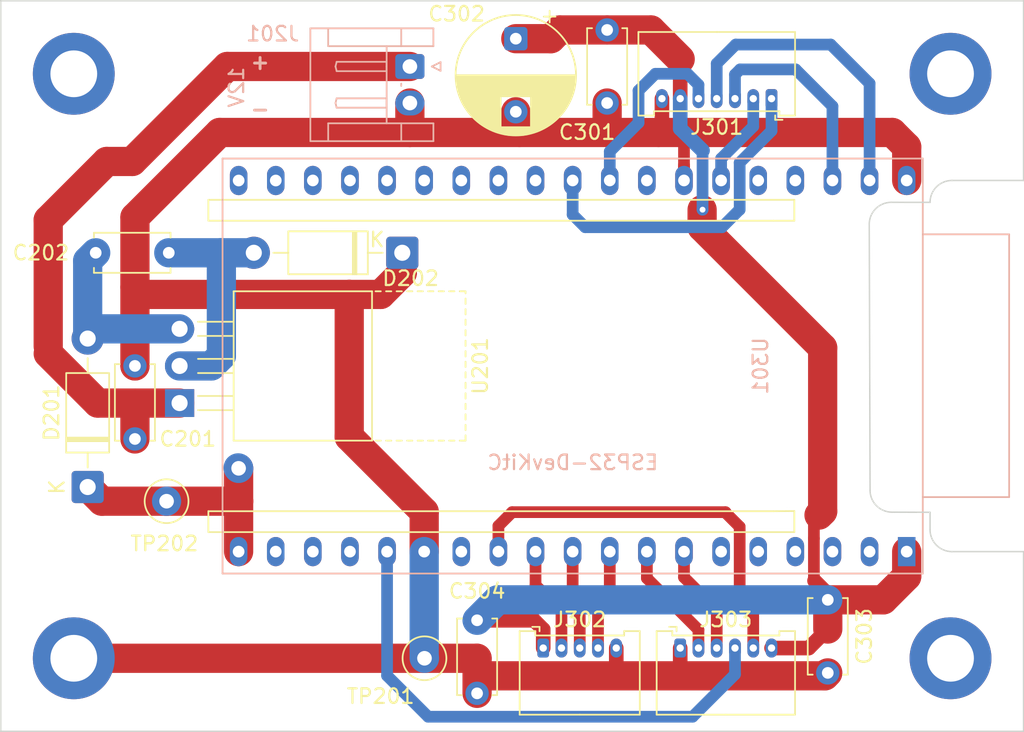
<source format=kicad_pcb>
(kicad_pcb (version 20241229) (generator "pcbnew") (generator_version "9.0")
  (layers (0 "F.Cu" signal) (2 "B.Cu" signal) (13 "F.Paste" user) (15 "B.Paste" user) (5 "F.SilkS" user "F.Silkscreen") (7 "B.SilkS" user "B.Silkscreen") (1 "F.Mask" user) (3 "B.Mask" user) (25 "Edge.Cuts" user))
  (net 0 "")
  (net 1 "GND")
  (net 2 "Net-(J201-Pin_1)")
  (net 3 "Net-(J301-Pin_6)")
  (net 5 "/MPU/MCU5V")
  (net 9 "Net-(J301-Pin_3)")
  (net 10 "Net-(J301-Pin_2)")
  (net 11 "Net-(J301-Pin_4)")
  (net 13 "Net-(J301-Pin_1)")
  (net 14 "Net-(J301-Pin_5)")
  (net 17 "Net-(J302-Pin_2)")
  (net 20 "Net-(J302-Pin_3)")
  (net 24 "Net-(J303-Pin_2)")
  (net 27 "Net-(J303-Pin_4)")
  (net 30 "Net-(J303-Pin_3)")
  (net 39 "Net-(J302-Pin_4)")
  (net 40 "Net-(J303-Pin_5)")
  (net 41 "Net-(D201-A)")
  (net 42 "Net-(D202-A)")
  (footprint "Capacitor_THT:C_Disc_D5.0mm_W2.5mm_P5.00mm" (layer "F.Cu") (at 136.5 92.25)
    (property "Reference" "C202" (at -3.75 0 0) (layer "F.SilkS"))
    (property "Value" "100n" (hide yes))
    (pad "1" thru_hole circle (at 0 0) (size 1.6 1.6) (drill 0.8) (layers "*.Cu" "*.Mask") (net 41 "Net-(D201-A)"))
    (pad "2" thru_hole circle (at 5 0) (size 1.6 1.6) (drill 0.8) (layers "*.Cu" "*.Mask") (net 42 "Net-(D202-A)"))
  )
  (footprint "Diode_THT:D_DO-41_SOD81_P10.16mm_Horizontal" (layer "F.Cu") (at 157.48 92.25 180)
    (property "Reference" "D202" (at -0.57 -1.75 0) (layer "F.SilkS"))
    (property "Value" "!N5819")
    (fp_text user "K" (at 1.73 0.9 0) (layer "F.SilkS"))
    (pad "1" thru_hole roundrect (at 0 0 180) (size 2.2 2.2) (drill 1.1) (layers "*.Cu" "*.Mask") (roundrect_rratio 0.113636) (net 1 "GND"))
    (pad "2" thru_hole circle (at 10.16 0 180) (size 2.2 2.2) (drill 1.1) (layers "*.Cu" "*.Mask") (net 42 "Net-(D202-A)"))
  )
  (footprint "MountingHole:MountingHole_3.2mm_M3_DIN965_Pad" (layer "F.Cu") (at 135 80)
    (property "Reference" "H102" (hide yes))
    (property "Value" "MountingHole_Pad" (hide yes))
    (pad "1" thru_hole circle (at 0 0) (size 5.6 5.6) (drill 3.2) (layers "*.Cu" "*.Mask"))
  )
  (footprint "Package_TO_SOT_THT:TO-220-3_Horizontal_TabUp" (layer "F.Cu") (at 142.24 102.535 90)
    (property "Reference" "U201" (at 2.54 20.58 90) (layer "F.SilkS"))
    (property "Value" "L7805")
    (pad "" np_thru_hole circle (at 2.54 16.66 90) (size 3.5 3.5) (drill 3.5) (layers "*.Cu" "*.Mask"))
    (pad "1" thru_hole rect (at 0 0 90) (size 1.905 2) (drill 1.1) (layers "*.Cu" "*.Mask") (net 2 "Net-(J201-Pin_1)"))
    (pad "2" thru_hole oval (at 2.54 0 90) (size 1.905 2) (drill 1.1) (layers "*.Cu" "*.Mask") (net 42 "Net-(D202-A)"))
    (pad "3" thru_hole oval (at 5.08 0 90) (size 1.905 2) (drill 1.1) (layers "*.Cu" "*.Mask") (net 41 "Net-(D201-A)"))
  )
  (footprint "Connector_Molex:Molex_PicoBlade_53048-0610_1x06_P1.25mm_Horizontal" (layer "F.Cu") (at 176.5 119.3)
    (property "Reference" "J303" (at 3.12 -1.95 0) (layer "F.SilkS"))
    (property "Value" "Conn_01x06" (hide yes))
    (pad "1" thru_hole roundrect (at 0 0) (size 0.8 1.3) (drill 0.5) (layers "*.Cu" "*.Mask") (net 1 "GND"))
    (pad "2" thru_hole oval (at 1.25 0) (size 0.8 1.3) (drill 0.5) (layers "*.Cu" "*.Mask") (net 24 "Net-(J303-Pin_2)"))
    (pad "3" thru_hole oval (at 2.5 0) (size 0.8 1.3) (drill 0.5) (layers "*.Cu" "*.Mask") (net 30 "Net-(J303-Pin_3)"))
    (pad "4" thru_hole oval (at 3.75 0) (size 0.8 1.3) (drill 0.5) (layers "*.Cu" "*.Mask") (net 27 "Net-(J303-Pin_4)"))
    (pad "5" thru_hole oval (at 5 0) (size 0.8 1.3) (drill 0.5) (layers "*.Cu" "*.Mask") (net 40 "Net-(J303-Pin_5)"))
    (pad "6" thru_hole oval (at 6.25 0) (size 0.8 1.3) (drill 0.5) (layers "*.Cu" "*.Mask") (net 3 "Net-(J301-Pin_6)"))
  )
  (footprint "Capacitor_THT:CP_Radial_D8.0mm_P5.00mm" (layer "F.Cu") (at 165.25 77.597349 -90)
    (property "Reference" "C302" (at -1.697349 4.05 180) (layer "F.SilkS"))
    (property "Value" "100u")
    (pad "1" thru_hole roundrect (at 0 0 270) (size 1.6 1.6) (drill 0.8) (layers "*.Cu" "*.Mask") (roundrect_rratio 0.15625) (net 3 "Net-(J301-Pin_6)"))
    (pad "2" thru_hole circle (at 5 0 270) (size 1.6 1.6) (drill 0.8) (layers "*.Cu" "*.Mask") (net 1 "GND"))
  )
  (footprint "Connector_Molex:Molex_PicoBlade_53048-0510_1x05_P1.25mm_Horizontal" (layer "F.Cu") (at 167.125 119.3)
    (property "Reference" "J302" (at 2.5 -1.95 0) (layer "F.SilkS"))
    (property "Value" "Conn_01x05" (hide yes))
    (pad "1" thru_hole roundrect (at 0 0) (size 0.8 1.3) (drill 0.5) (layers "*.Cu" "*.Mask") (net 3 "Net-(J301-Pin_6)"))
    (pad "2" thru_hole oval (at 1.25 0) (size 0.8 1.3) (drill 0.5) (layers "*.Cu" "*.Mask") (net 17 "Net-(J302-Pin_2)"))
    (pad "3" thru_hole oval (at 2.5 0) (size 0.8 1.3) (drill 0.5) (layers "*.Cu" "*.Mask") (net 20 "Net-(J302-Pin_3)"))
    (pad "4" thru_hole oval (at 3.75 0) (size 0.8 1.3) (drill 0.5) (layers "*.Cu" "*.Mask") (net 39 "Net-(J302-Pin_4)"))
    (pad "5" thru_hole oval (at 5 0) (size 0.8 1.3) (drill 0.5) (layers "*.Cu" "*.Mask") (net 1 "GND"))
  )
  (footprint "TestPoint:TestPoint_Loop_D1.80mm_Drill1.0mm_Beaded" (layer "F.Cu") (at 141.35 109.25)
    (property "Reference" "TP202" (at -0.15 2.9 0) (layer "F.SilkS"))
    (property "Value" "TestPoint" (hide yes))
    (pad "1" thru_hole circle (at 0 0) (size 2 2) (drill 1) (layers "*.Cu" "*.Mask") (net 5 "/MPU/MCU5V"))
  )
  (footprint "Connector_Molex:Molex_PicoBlade_53048-0710_1x07_P1.25mm_Horizontal" (layer "F.Cu") (at 182.75 81.7 180)
    (property "Reference" "J301" (at 3.75 -1.95 0) (layer "F.SilkS"))
    (property "Value" "Conn_01x07")
    (pad "1" thru_hole roundrect (at 0 0 180) (size 0.8 1.3) (drill 0.5) (layers "*.Cu" "*.Mask") (net 13 "Net-(J301-Pin_1)"))
    (pad "2" thru_hole oval (at 1.25 0 180) (size 0.8 1.3) (drill 0.5) (layers "*.Cu" "*.Mask") (net 10 "Net-(J301-Pin_2)"))
    (pad "3" thru_hole oval (at 2.5 0 180) (size 0.8 1.3) (drill 0.5) (layers "*.Cu" "*.Mask") (net 9 "Net-(J301-Pin_3)"))
    (pad "4" thru_hole oval (at 3.75 0 180) (size 0.8 1.3) (drill 0.5) (layers "*.Cu" "*.Mask") (net 11 "Net-(J301-Pin_4)"))
    (pad "5" thru_hole oval (at 5 0 180) (size 0.8 1.3) (drill 0.5) (layers "*.Cu" "*.Mask") (net 14 "Net-(J301-Pin_5)"))
    (pad "6" thru_hole oval (at 6.25 0 180) (size 0.8 1.3) (drill 0.5) (layers "*.Cu" "*.Mask") (net 3 "Net-(J301-Pin_6)"))
    (pad "7" thru_hole oval (at 7.5 0 180) (size 0.8 1.3) (drill 0.5) (layers "*.Cu" "*.Mask") (net 1 "GND"))
  )
  (footprint "Capacitor_THT:C_Disc_D5.0mm_W2.5mm_P5.00mm" (layer "F.Cu") (at 162.6 117.4 -90)
    (property "Reference" "C304" (at -2 0 0) (layer "F.SilkS"))
    (property "Value" "100n" (hide yes))
    (pad "1" thru_hole circle (at 0 0 270) (size 1.6 1.6) (drill 0.8) (layers "*.Cu" "*.Mask") (net 3 "Net-(J301-Pin_6)"))
    (pad "2" thru_hole circle (at 5 0 270) (size 1.6 1.6) (drill 0.8) (layers "*.Cu" "*.Mask") (net 1 "GND"))
  )
  (footprint "Capacitor_THT:C_Disc_D5.0mm_W2.5mm_P5.00mm" (layer "F.Cu") (at 186.6 116 -90)
    (property "Reference" "C303" (at 2.5 -2.5 90) (layer "F.SilkS"))
    (property "Value" "100n" (hide yes))
    (pad "1" thru_hole circle (at 0 0 270) (size 1.6 1.6) (drill 0.8) (layers "*.Cu" "*.Mask") (net 3 "Net-(J301-Pin_6)"))
    (pad "2" thru_hole circle (at 5 0 270) (size 1.6 1.6) (drill 0.8) (layers "*.Cu" "*.Mask") (net 1 "GND"))
  )
  (footprint "Capacitor_THT:C_Disc_D5.0mm_W2.5mm_P5.00mm" (layer "F.Cu") (at 139.184088 104.991196 90)
    (property "Reference" "C201" (at 0 3.615912 180) (layer "F.SilkS"))
    (property "Value" "470n" (hide yes))
    (pad "1" thru_hole circle (at 0 0 90) (size 1.6 1.6) (drill 0.8) (layers "*.Cu" "*.Mask") (net 2 "Net-(J201-Pin_1)"))
    (pad "2" thru_hole circle (at 5 0 90) (size 1.6 1.6) (drill 0.8) (layers "*.Cu" "*.Mask") (net 1 "GND"))
  )
  (footprint "MountingHole:MountingHole_3.2mm_M3_DIN965_Pad" (layer "F.Cu") (at 195 120)
    (property "Reference" "H103" (hide yes))
    (property "Value" "MountingHole_Pad" (hide yes))
    (pad "1" thru_hole circle (at 0 0) (size 5.6 5.6) (drill 3.2) (layers "*.Cu" "*.Mask"))
  )
  (footprint "MountingHole:MountingHole_3.2mm_M3_DIN965_Pad" (layer "F.Cu") (at 135 120)
    (property "Reference" "H101" (hide yes))
    (property "Value" "MountingHole_Pad" (hide yes))
    (pad "1" thru_hole circle (at 0 0) (size 5.6 5.6) (drill 3.2) (layers "*.Cu" "*.Mask") (net 1 "GND"))
  )
  (footprint "MountingHole:MountingHole_3.2mm_M3_DIN965_Pad" (layer "F.Cu") (at 195 80)
    (property "Reference" "H104" (hide yes))
    (property "Value" "MountingHole_Pad" (hide yes))
    (pad "1" thru_hole circle (at 0 0) (size 5.6 5.6) (drill 3.2) (layers "*.Cu" "*.Mask"))
  )
  (footprint "TestPoint:TestPoint_Loop_D1.80mm_Drill1.0mm_Beaded" (layer "F.Cu") (at 159 120)
    (property "Reference" "TP201" (at -3 2.6 0) (layer "F.SilkS"))
    (property "Value" "TestPoint")
    (pad "1" thru_hole circle (at 0 0) (size 2 2) (drill 1) (layers "*.Cu" "*.Mask") (net 1 "GND"))
  )
  (footprint "Diode_THT:D_DO-41_SOD81_P10.16mm_Horizontal" (layer "F.Cu") (at 135.95 108.28 90)
    (property "Reference" "D201" (at 5.08 -2.47 90) (layer "F.SilkS"))
    (property "Value" "!N5819")
    (fp_text user "K" (at 0 -2.1 90) (layer "F.SilkS"))
    (pad "1" thru_hole roundrect (at 0 0 90) (size 2.2 2.2) (drill 1.1) (layers "*.Cu" "*.Mask") (roundrect_rratio 0.113636) (net 5 "/MPU/MCU5V"))
    (pad "2" thru_hole circle (at 10.16 0 90) (size 2.2 2.2) (drill 1.1) (layers "*.Cu" "*.Mask") (net 41 "Net-(D201-A)"))
  )
  (footprint "KiCad_modulesFP:Heatsink_TO220_23mmX40mm" (layer "F.Cu") (at 169.15 99.99 -90)
    (property "Reference" "HS201" (hide yes))
    (property "Value" "23mm x 40mm x 16mm" (hide yes))
  )
  (footprint "Capacitor_THT:C_Disc_D5.0mm_W2.5mm_P5.00mm" (layer "F.Cu") (at 171.5 77 -90)
    (property "Reference" "C301" (at 7 1.37 0) (layer "F.SilkS"))
    (property "Value" "100n" (hide yes))
    (pad "1" thru_hole circle (at 0 0 270) (size 1.6 1.6) (drill 0.8) (layers "*.Cu" "*.Mask") (net 3 "Net-(J301-Pin_6)"))
    (pad "2" thru_hole circle (at 5 0 270) (size 1.6 1.6) (drill 0.8) (layers "*.Cu" "*.Mask") (net 1 "GND"))
  )
  (footprint "Connector_JST:JST_EH_S2B-EH_1x02_P2.50mm_Horizontal" (layer "B.Cu") (at 158 79.5 -90)
    (property "Reference" "J201" (at -2.2352 9.3905 0) (layer "B.SilkS") (effects (justify mirror)))
    (property "Value" "Conn_01x02" (hide yes))
    (pad "1" thru_hole roundrect (at 0 0 270) (size 1.7 2) (drill 1) (layers "*.Cu" "*.Mask") (roundrect_rratio 0.147059) (net 2 "Net-(J201-Pin_1)"))
    (pad "2" thru_hole oval (at 2.5 0 270) (size 1.7 2) (drill 1) (layers "*.Cu" "*.Mask") (net 1 "GND"))
  )
  (footprint "KiCad_modulesFP:ESP32-DevKitC" (layer "B.Cu") (at 192 112.7 90)
    (property "Reference" "U301" (at 12.70643 -10 90) (layer "B.SilkS") (effects (justify mirror)))
    (property "Value" "ESP32-DevKitC" (at 6.1 -22.85 180) (layer "B.SilkS") (effects (justify mirror)))
    (pad "1" thru_hole rect (at 0 0 180) (size 1.2 2) (drill 0.8) (layers "*.Cu" "*.Mask") (net 3 "Net-(J301-Pin_6)"))
    (pad "2" thru_hole oval (at 0 -2.54 180) (size 1.2 2) (drill 0.8) (layers "*.Cu" "*.Mask"))
    (pad "3" thru_hole oval (at 0 -5.08 180) (size 1.2 2) (drill 0.8) (layers "*.Cu" "*.Mask"))
    (pad "4" thru_hole oval (at 0 -7.62 180) (size 1.2 2) (drill 0.8) (layers "*.Cu" "*.Mask"))
    (pad "5" thru_hole oval (at 0 -10.16 180) (size 1.2 2) (drill 0.8) (layers "*.Cu" "*.Mask"))
    (pad "6" thru_hole oval (at 0 -12.7 180) (size 1.2 2) (drill 0.8) (layers "*.Cu" "*.Mask"))
    (pad "7" thru_hole oval (at 0 -15.24 180) (size 1.2 2) (drill 0.8) (layers "*.Cu" "*.Mask") (net 30 "Net-(J303-Pin_3)"))
    (pad "8" thru_hole oval (at 0 -17.78 180) (size 1.2 2) (drill 0.8) (layers "*.Cu" "*.Mask") (net 24 "Net-(J303-Pin_2)"))
    (pad "9" thru_hole oval (at 0 -20.32 180) (size 1.2 2) (drill 0.8) (layers "*.Cu" "*.Mask") (net 39 "Net-(J302-Pin_4)"))
    (pad "10" thru_hole oval (at 0 -22.86 180) (size 1.2 2) (drill 0.8) (layers "*.Cu" "*.Mask") (net 20 "Net-(J302-Pin_3)"))
    (pad "11" thru_hole oval (at 0 -25.4 180) (size 1.2 2) (drill 0.8) (layers "*.Cu" "*.Mask") (net 17 "Net-(J302-Pin_2)"))
    (pad "12" thru_hole oval (at 0 -27.94 180) (size 1.2 2) (drill 0.8) (layers "*.Cu" "*.Mask") (net 40 "Net-(J303-Pin_5)"))
    (pad "13" thru_hole oval (at 0 -30.48 180) (size 1.2 2) (drill 0.8) (layers "*.Cu" "*.Mask"))
    (pad "14" thru_hole oval (at 0 -33.02 180) (size 1.2 2) (drill 0.8) (layers "*.Cu" "*.Mask") (net 1 "GND"))
    (pad "15" thru_hole oval (at 0 -35.56 180) (size 1.2 2) (drill 0.8) (layers "*.Cu" "*.Mask") (net 27 "Net-(J303-Pin_4)"))
    (pad "16" thru_hole oval (at 0 -38.1 180) (size 1.2 2) (drill 0.8) (layers "*.Cu" "*.Mask"))
    (pad "17" thru_hole oval (at 0 -40.64 180) (size 1.2 2) (drill 0.8) (layers "*.Cu" "*.Mask"))
    (pad "18" thru_hole oval (at 0 -43.18 180) (size 1.2 2) (drill 0.8) (layers "*.Cu" "*.Mask"))
    (pad "19" thru_hole oval (at 0 -45.72 180) (size 1.2 2) (drill 0.8) (layers "*.Cu" "*.Mask") (net 5 "/MPU/MCU5V"))
    (pad "20" thru_hole oval (at 25.39632 -45.71728 180) (size 1.2 2) (drill 0.8) (layers "*.Cu" "*.Mask"))
    (pad "21" thru_hole oval (at 25.39632 -43.17728 180) (size 1.2 2) (drill 0.8) (layers "*.Cu" "*.Mask"))
    (pad "22" thru_hole oval (at 25.4 -40.64 180) (size 1.2 2) (drill 0.8) (layers "*.Cu" "*.Mask"))
    (pad "23" thru_hole oval (at 25.4 -38.1 180) (size 1.2 2) (drill 0.8) (layers "*.Cu" "*.Mask"))
    (pad "24" thru_hole oval (at 25.4 -35.56 180) (size 1.2 2) (drill 0.8) (layers "*.Cu" "*.Mask"))
    (pad "25" thru_hole oval (at 25.4 -33.02 180) (size 1.2 2) (drill 0.8) (layers "*.Cu" "*.Mask"))
    (pad "26" thru_hole oval (at 25.4 -30.48 180) (size 1.2 2) (drill 0.8) (layers "*.Cu" "*.Mask"))
    (pad "27" thru_hole oval (at 25.4 -27.94 180) (size 1.2 2) (drill 0.8) (layers "*.Cu" "*.Mask"))
    (pad "28" thru_hole oval (at 25.4 -25.4 180) (size 1.2 2) (drill 0.8) (layers "*.Cu" "*.Mask"))
    (pad "29" thru_hole oval (at 25.4 -22.86 180) (size 1.2 2) (drill 0.8) (layers "*.Cu" "*.Mask") (net 13 "Net-(J301-Pin_1)"))
    (pad "30" thru_hole oval (at 25.4 -20.32 180) (size 1.2 2) (drill 0.8) (layers "*.Cu" "*.Mask") (net 14 "Net-(J301-Pin_5)"))
    (pad "31" thru_hole oval (at 25.4 -17.78 180) (size 1.2 2) (drill 0.8) (layers "*.Cu" "*.Mask"))
    (pad "32" thru_hole oval (at 25.4 -15.24 180) (size 1.2 2) (drill 0.8) (layers "*.Cu" "*.Mask") (net 1 "GND"))
    (pad "33" thru_hole oval (at 25.4 -12.7 180) (size 1.2 2) (drill 0.8) (layers "*.Cu" "*.Mask") (net 10 "Net-(J301-Pin_2)"))
    (pad "34" thru_hole oval (at 25.4 -10.16 180) (size 1.2 2) (drill 0.8) (layers "*.Cu" "*.Mask"))
    (pad "35" thru_hole oval (at 25.4 -7.62 180) (size 1.2 2) (drill 0.8) (layers "*.Cu" "*.Mask"))
    (pad "36" thru_hole oval (at 25.4 -5.08 180) (size 1.2 2) (drill 0.8) (layers "*.Cu" "*.Mask") (net 9 "Net-(J301-Pin_3)"))
    (pad "37" thru_hole oval (at 25.4 -2.54 180) (size 1.2 2) (drill 0.8) (layers "*.Cu" "*.Mask") (net 11 "Net-(J301-Pin_4)"))
    (pad "38" thru_hole oval (at 25.4 0 180) (size 1.2 2) (drill 0.8) (layers "*.Cu" "*.Mask") (net 1 "GND"))
  )
  (gr_arc (start 193.6 88.8) (mid 194.03934 87.73934) (end 195.1 87.3) (stroke (width 0.1)) (layer "Edge.Cuts"))
  (gr_arc (start 190.994151 110.000017) (mid 189.933491 109.560677) (end 189.494151 108.500017) (stroke (width 0.1)) (layer "Edge.Cuts"))
  (gr_line (start 200 87.3) (end 195.1 87.3) (stroke (width 0.1)) (layer "Edge.Cuts"))
  (gr_line (start 200 125) (end 200 112.7) (stroke (width 0.1)) (layer "Edge.Cuts"))
  (gr_line (start 193.6 110.0102) (end 190.994151 110.000017) (stroke (width 0.1)) (layer "Edge.Cuts"))
  (gr_line (start 130 75) (end 130 125) (stroke (width 0.1)) (layer "Edge.Cuts"))
  (gr_line (start 189.494183 108.5) (end 189.439722 90.297323) (stroke (width 0.1)) (layer "Edge.Cuts"))
  (gr_arc (start 195.1 112.7) (mid 194.03934 112.26066) (end 193.6 111.2) (stroke (width 0.1)) (layer "Edge.Cuts"))
  (gr_arc (start 189.439721 90.297323) (mid 189.879061 89.236663) (end 190.939721 88.797323) (stroke (width 0.1)) (layer "Edge.Cuts"))
  (gr_line (start 195.1 112.7) (end 200 112.7) (stroke (width 0.1)) (layer "Edge.Cuts"))
  (gr_line (start 200 75) (end 130 75) (stroke (width 0.1)) (layer "Edge.Cuts"))
  (gr_line (start 190.939721 88.797322) (end 193.6 88.8) (stroke (width 0.1)) (layer "Edge.Cuts"))
  (gr_line (start 200 75) (end 200 87.3) (stroke (width 0.1)) (layer "Edge.Cuts"))
  (gr_line (start 200 125) (end 130 125) (stroke (width 0.1)) (layer "Edge.Cuts"))
  (gr_line (start 193.6 111.2) (end 193.6 110.0102) (stroke (width 0.1)) (layer "Edge.Cuts"))
  (gr_text "12V" (at 146.721 79.4372 90) (layer "B.SilkS") (effects (font (size 1 1)) (justify left bottom mirror)))
  (gr_text "+\n\n-" (at 148.5 83 0) (layer "B.SilkS") (effects (font (size 1 1) (thickness 0.2) (bold yes)) (justify left bottom mirror)))
  (segment (start 153.85 95.1) (end 153.85 104.85) (width 2) (layer "F.Cu") (net 1))
  (segment (start 172.125 120.875) (end 172 121) (width 0.37) (layer "F.Cu") (net 1))
  (segment (start 165.25 83.766055) (end 165.5 84.016055) (width 0.37) (layer "F.Cu") (net 1))
  (segment (start 171.5 84.016055) (end 171.5 82) (width 2) (layer "F.Cu") (net 1))
  (segment (start 162.6 120) (end 162.6 121.2) (width 2) (layer "F.Cu") (net 1))
  (segment (start 139.184088 89.815912) (end 144.983945 84.016055) (width 2) (layer "F.Cu") (net 1))
  (segment (start 191.016055 84.016055) (end 192 85) (width 2) (layer "F.Cu") (net 1))
  (segment (start 171.5 84.016055) (end 165.5 84.016055) (width 2) (layer "F.Cu") (net 1))
  (segment (start 176.76 84.026055) (end 176.75 84.016055) (width 0.8) (layer "F.Cu") (net 1))
  (segment (start 165.5 84.016055) (end 166 84.016055) (width 1) (layer "F.Cu") (net 1))
  (segment (start 166 84.016055) (end 166.277489 84.016055) (width 0.37) (layer "F.Cu") (net 1))
  (segment (start 192 87.3) (end 192 85) (width 2) (layer "F.Cu") (net 1))
  (segment (start 159 120) (end 135 120) (width 2) (layer "F.Cu") (net 1))
  (segment (start 162.6 121.2) (end 162.6 122.4) (width 2) (layer "F.Cu") (net 1))
  (segment (start 176.75 84.016055) (end 191.016055 84.016055) (width 2) (layer "F.Cu") (net 1))
  (segment (start 158 84.016055) (end 165.5 84.016055) (width 2) (layer "F.Cu") (net 1))
  (segment (start 139.187892 99.995) (end 139.184088 99.991196) (width 2) (layer "F.Cu") (net 1))
  (segment (start 176.76 87.3) (end 176.76 84.026055) (width 0.8) (layer "F.Cu") (net 1))
  (segment (start 176.76 86.24) (end 176.76 87.3) (width 0.8) (layer "F.Cu") (net 1))
  (segment (start 176.5 119.3) (end 176.5 121) (width 1) (layer "F.Cu") (net 1))
  (segment (start 158.98 109.98) (end 158.98 112.7) (width 2) (layer "F.Cu") (net 1))
  (segment (start 144.983945 84.016055) (end 158 84.016055) (width 2) (layer "F.Cu") (net 1))
  (segment (start 139.684088 95.1) (end 153.85 95.1) (width 2) (layer "F.Cu") (net 1))
  (segment (start 171.5 84.016055) (end 175.016055 84.016055) (width 2) (layer "F.Cu") (net 1))
  (segment (start 166.277489 84.016055) (end 166.268356 84.006922) (width 0.37) (layer "F.Cu") (net 1))
  (segment (start 139.184088 94.6) (end 139.184088 89.815912) (width 2) (layer "F.Cu") (net 1))
  (segment (start 139.184088 99.991196) (end 139.184088 94.6) (width 2) (layer "F.Cu") (net 1))
  (segment (start 157.48 93.62) (end 157.48 92.25) (width 2) (layer "F.Cu") (net 1))
  (segment (start 162.8 121.2) (end 186.4 121.2) (width 2) (layer "F.Cu") (net 1))
  (segment (start 175.016055 84.016055) (end 176.75 84.016055) (width 2) (layer "F.Cu") (net 1))
  (segment (start 162.8 121) (end 162.6 121.2) (width 0.8) (layer "F.Cu") (net 1))
  (segment (start 159 120) (end 162.6 120) (width 2) (layer "F.Cu") (net 1))
  (segment (start 156 95.1) (end 157.48 93.62) (width 2) (layer "F.Cu") (net 1))
  (segment (start 153.85 95.1) (end 156 95.1) (width 2) (layer "F.Cu") (net 1))
  (segment (start 186.4 121.2) (end 186.6 121) (width 2) (layer "F.Cu") (net 1))
  (segment (start 158 84.016055) (end 158 82) (width 2) (layer "F.Cu") (net 1))
  (segment (start 175.25 81.7) (end 175.25 83.78211) (width 1) (layer "F.Cu") (net 1))
  (segment (start 172.125 119.3) (end 172.125 120.875) (width 1) (layer "F.Cu") (net 1))
  (segment (start 192 85) (end 191.5 84.5) (width 0.8) (layer "F.Cu") (net 1))
  (segment (start 153.85 104.85) (end 158.98 109.98) (width 2) (layer "F.Cu") (net 1))
  (segment (start 165.25 82.597349) (end 165.25 83.766055) (width 2) (layer "F.Cu") (net 1))
  (segment (start 158.98 112.7) (end 158.98 119.98) (width 2) (layer "B.Cu") (net 1))
  (segment (start 158.98 119.98) (end 159 120) (width 0.8) (layer "B.Cu") (net 1))
  (segment (start 136.635 102.535) (end 133.25 99.15) (width 2) (layer "F.Cu") (net 2))
  (segment (start 133.25 90) (end 133.25 98.65) (width 2) (layer "F.Cu") (net 2))
  (segment (start 139 86) (end 137.25 86) (width 2) (layer "F.Cu") (net 2))
  (segment (start 139.2 102.535) (end 136.635 102.535) (width 2) (layer "F.Cu") (net 2))
  (segment (start 145.5 79.5) (end 139 86) (width 2) (layer "F.Cu") (net 2))
  (segment (start 133.25 99.15) (end 133.25 98.65) (width 0.37) (layer "F.Cu") (net 2))
  (segment (start 137.25 86) (end 133.25 90) (width 2) (layer "F.Cu") (net 2))
  (segment (start 158 79.5) (end 145.5 79.5) (width 2) (layer "F.Cu") (net 2))
  (segment (start 142.24 102.535) (end 139.2 102.535) (width 2) (layer "F.Cu") (net 2))
  (segment (start 139.184088 102.550912) (end 139.2 102.535) (width 0.37) (layer "F.Cu") (net 2))
  (segment (start 139.184088 104.991196) (end 139.184088 102.550912) (width 2) (layer "F.Cu") (net 2))
  (segment (start 186.6 118) (end 186.6 116) (width 2) (layer "F.Cu") (net 3))
  (segment (start 185.65 114.693) (end 185.65 111.8) (width 0.8) (layer "F.Cu") (net 3))
  (segment (start 190.4 116) (end 192 114.4) (width 2) (layer "F.Cu") (net 3))
  (segment (start 190.4 116) (end 186.6 116) (width 2) (layer "F.Cu") (net 3))
  (segment (start 186.6 116) (end 186.6 115.6) (width 1) (layer "F.Cu") (net 3))
  (segment (start 185.65 111.8) (end 185.65 110.507) (width 0.8) (layer "F.Cu") (net 3))
  (segment (start 167.652651 77.597349) (end 168.25 77) (width 2) (layer "F.Cu") (net 3))
  (segment (start 185.3 119.3) (end 186.6 118) (width 1) (layer "F.Cu") (net 3))
  (segment (start 186.25 98.75) (end 186.25 109.95) (width 2) (layer "F.Cu") (net 3))
  (segment (start 162.6 117.4) (end 166.5 117.4) (width 1) (layer "F.Cu") (net 3))
  (segment (start 167.125 118.025) (end 167.125 119.3) (width 1) (layer "F.Cu") (net 3))
  (segment (start 192 114.4) (end 192 112.7) (width 2) (layer "F.Cu") (net 3))
  (segment (start 174.5 77) (end 171.5 77) (width 2) (layer "F.Cu") (net 3))
  (segment (start 178 89.3) (end 178 90.5) (width 2) (layer "F.Cu") (net 3))
  (segment (start 185.693 110.507) (end 186 110.2) (width 1) (layer "F.Cu") (net 3))
  (segment (start 176.5 79) (end 174.5 77) (width 2) (layer "F.Cu") (net 3))
  (segment (start 166.5 117.4) (end 167.125 118.025) (width 1) (layer "F.Cu") (net 3))
  (segment (start 165.25 77.597349) (end 167.652651 77.597349) (width 2) (layer "F.Cu") (net 3))
  (segment (start 168.25 77) (end 171.5 77) (width 2) (layer "F.Cu") (net 3))
  (segment (start 186.25 109.95) (end 186 110.2) (width 2) (layer "F.Cu") (net 3))
  (segment (start 186.6 115.6) (end 185.693 114.693) (width 1) (layer "F.Cu") (net 3))
  (segment (start 176.5 81.7) (end 176.5 79) (width 1) (layer "F.Cu") (net 3))
  (segment (start 178 90.5) (end 186.25 98.75) (width 2) (layer "F.Cu") (net 3))
  (segment (start 182.75 119.3) (end 185.3 119.3) (width 1) (layer "F.Cu") (net 3))
  (via (at 178.03 89.3) (size 0.8) (drill 0.4) (layers "F.Cu" "B.Cu") (net 3))
  (segment (start 186.6 116) (end 164 116) (width 2) (layer "B.Cu") (net 3))
  (segment (start 167 119.175) (end 167.125 119.3) (width 0.37) (layer "B.Cu") (net 3))
  (segment (start 176.5 81.7) (end 176.5 83.75) (width 1) (layer "B.Cu") (net 3))
  (segment (start 164 116) (end 162.6 117.4) (width 2) (layer "B.Cu") (net 3))
  (segment (start 176.5 83.75) (end 178.03 85.25) (width 1) (layer "B.Cu") (net 3))
  (segment (start 178.03 89.3) (end 178.03 85.25) (width 0.8) (layer "B.Cu") (net 3))
  (segment (start 146.28 107) (end 146.28 109.25) (width 2) (layer "F.Cu") (net 5))
  (segment (start 141.35 109.25) (end 136.92 109.25) (width 2) (layer "F.Cu") (net 5))
  (segment (start 146.347114 112.632886) (end 146.28 112.7) (width 0.8) (layer "F.Cu") (net 5))
  (segment (start 146.28 112.7) (end 146.28 109.25) (width 2) (layer "F.Cu") (net 5))
  (segment (start 146.28 109.25) (end 141.35 109.25) (width 2) (layer "F.Cu") (net 5))
  (segment (start 136.92 109.25) (end 135.95 108.28) (width 2) (layer "F.Cu") (net 5))
  (via (at 146.28 107) (size 2) (drill 1) (layers "F.Cu" "B.Cu") (net 5))
  (segment (start 146.25 106.97) (end 146.28 107) (width 2) (layer "B.Cu") (net 5))
  (segment (start 180.6 79.7) (end 184.4 79.7) (width 0.8) (layer "B.Cu") (net 9))
  (segment (start 184.4 79.7) (end 186.92 82.22) (width 0.8) (layer "B.Cu") (net 9))
  (segment (start 180.25 80.05) (end 180.6 79.7) (width 0.8) (layer "B.Cu") (net 9))
  (segment (start 180.25 81.7) (end 180.25 80.05) (width 0.8) (layer "B.Cu") (net 9))
  (segment (start 186.92 82.22) (end 186.92 87.3) (width 0.8) (layer "B.Cu") (net 9))
  (segment (start 179.3 85.801802) (end 181.5 83.601802) (width 0.8) (layer "B.Cu") (net 10))
  (segment (start 181.5 83.601802) (end 181.5 81.7) (width 0.8) (layer "B.Cu") (net 10))
  (segment (start 179.3 87.3) (end 179.3 85.801802) (width 0.8) (layer "B.Cu") (net 10))
  (segment (start 186.8 78) (end 189.46 80.66) (width 0.8) (layer "B.Cu") (net 11))
  (segment (start 179 81.7) (end 179 79.3) (width 0.8) (layer "B.Cu") (net 11))
  (segment (start 179 79.3) (end 180.3 78) (width 0.8) (layer "B.Cu") (net 11))
  (segment (start 189.46 80.66) (end 189.46 87.3) (width 0.8) (layer "B.Cu") (net 11))
  (segment (start 180.3 78) (end 186.8 78) (width 0.8) (layer "B.Cu") (net 11))
  (segment (start 169.14 89.64) (end 170 90.5) (width 0.8) (layer "B.Cu") (net 13))
  (segment (start 180.57 89.305789) (end 180.57 86.083044) (width 0.8) (layer "B.Cu") (net 13))
  (segment (start 180.57 86.083044) (end 182.75 83.903044) (width 0.8) (layer "B.Cu") (net 13))
  (segment (start 182.75 83.903044) (end 182.75 81.7) (width 0.8) (layer "B.Cu") (net 13))
  (segment (start 180.556089 89.305789) (end 180.57 89.305789) (width 0.37) (layer "B.Cu") (net 13))
  (segment (start 179.361878 90.5) (end 180.556089 89.305789) (width 0.8) (layer "B.Cu") (net 13))
  (segment (start 170 90.5) (end 179.361878 90.5) (width 0.8) (layer "B.Cu") (net 13))
  (segment (start 169.14 87.3) (end 169.14 89.64) (width 0.8) (layer "B.Cu") (net 13))
  (segment (start 174.8 80) (end 177 80) (width 0.8) (layer "B.Cu") (net 14))
  (segment (start 173.65 83.35) (end 173.65 81.15) (width 0.8) (layer "B.Cu") (net 14))
  (segment (start 173.65 81.15) (end 174.8 80) (width 0.8) (layer "B.Cu") (net 14))
  (segment (start 171.68 85.32) (end 173.65 83.35) (width 0.8) (layer "B.Cu") (net 14))
  (segment (start 177.75 80.75) (end 177.75 81.7) (width 0.8) (layer "B.Cu") (net 14))
  (segment (start 171.68 87.3) (end 171.68 85.32) (width 0.8) (layer "B.Cu") (net 14))
  (segment (start 177 80) (end 177.75 80.75) (width 0.8) (layer "B.Cu") (net 14))
  (segment (start 166.6 115) (end 166.6 112.7) (width 0.8) (layer "F.Cu") (net 17))
  (segment (start 168.375 116.775) (end 166.6 115) (width 0.8) (layer "F.Cu") (net 17))
  (segment (start 168.375 119.3) (end 168.375 116.775) (width 0.8) (layer "F.Cu") (net 17))
  (segment (start 169.14 115.84) (end 169.14 112.7) (width 0.8) (layer "F.Cu") (net 20))
  (segment (start 169.625 119.3) (end 169.625 116.325) (width 0.8) (layer "F.Cu") (net 20))
  (segment (start 169.625 116.325) (end 169.14 115.84) (width 0.8) (layer "F.Cu") (net 20))
  (segment (start 169 112.84) (end 169.14 112.7) (width 0.37) (layer "B.Cu") (net 20))
  (segment (start 177.75 119.3) (end 177.75 118.05) (width 0.8) (layer "F.Cu") (net 24))
  (segment (start 174.22 114.52) (end 174.22 112.7) (width 0.8) (layer "F.Cu") (net 24))
  (segment (start 177.75 118.05) (end 174.22 114.52) (width 0.8) (layer "F.Cu") (net 24))
  (segment (start 159.25 124) (end 177.35 124) (width 0.8) (layer "B.Cu") (net 27))
  (segment (start 177.35 124) (end 180.25 121.1) (width 0.8) (layer "B.Cu") (net 27))
  (segment (start 180.25 121.1) (end 180.25 119.3) (width 0.8) (layer "B.Cu") (net 27))
  (segment (start 156.44 121.19) (end 159.25 124) (width 0.8) (layer "B.Cu") (net 27))
  (segment (start 156.44 112.7) (end 156.44 121.19) (width 0.8) (layer "B.Cu") (net 27))
  (segment (start 176.76 112.7) (end 176.76 114.46) (width 0.8) (layer "F.Cu") (net 30))
  (segment (start 179 116.7) (end 179 119.3) (width 0.8) (layer "F.Cu") (net 30))
  (segment (start 176.76 114.46) (end 179 116.7) (width 0.8) (layer "F.Cu") (net 30))
  (segment (start 178.9 119.2) (end 179 119.3) (width 0.37) (layer "B.Cu") (net 30))
  (segment (start 171.68 116.02) (end 171.68 112.7) (width 0.8) (layer "F.Cu") (net 39))
  (segment (start 170.875 116.825) (end 171.68 116.02) (width 0.8) (layer "F.Cu") (net 39))
  (segment (start 170.875 119.3) (end 170.875 116.825) (width 0.8) (layer "F.Cu") (net 39))
  (segment (start 180.57 111) (end 180.57 115.3) (width 0.8) (layer "F.Cu") (net 40))
  (segment (start 165 110) (end 179.6 110) (width 0.8) (layer "F.Cu") (net 40))
  (segment (start 164.06 112.7) (end 164.06 110.94) (width 0.8) (layer "F.Cu") (net 40))
  (segment (start 164.06 110.94) (end 165 110) (width 0.8) (layer "F.Cu") (net 40))
  (segment (start 181.5 116.2) (end 181.5 119.3) (width 0.8) (layer "F.Cu") (net 40))
  (segment (start 180.6 115.3) (end 181.5 116.2) (width 0.8) (layer "F.Cu") (net 40))
  (segment (start 179.6 110.03) (end 180.57 111) (width 0.8) (layer "F.Cu") (net 40))
  (segment (start 180.57 115.3) (end 180.6 115.3) (width 0.8) (layer "F.Cu") (net 40))
  (segment (start 179.6 110) (end 179.6 110.03) (width 0.8) (layer "F.Cu") (net 40))
  (segment (start 135.95 98.12) (end 135.95 92.8) (width 2) (layer "B.Cu") (net 41))
  (segment (start 135.95 92.8) (end 136.5 92.25) (width 2) (layer "B.Cu") (net 41))
  (segment (start 142.355794 97.570794) (end 142.24 97.455) (width 0.8) (layer "B.Cu") (net 41))
  (segment (start 142.24 97.455) (end 136.615 97.455) (width 2) (layer "B.Cu") (net 41))
  (segment (start 147.32 92.25) (end 145.1 92.25) (width 2) (layer "B.Cu") (net 42))
  (segment (start 144.405 99.995) (end 142.24 99.995) (width 2) (layer "B.Cu") (net 42))
  (segment (start 145.1 92.25) (end 145.1 99.3) (width 2) (layer "B.Cu") (net 42))
  (segment (start 145.1 99.3) (end 144.405 99.995) (width 2) (layer "B.Cu") (net 42))
  (segment (start 145.1 92.25) (end 141.5 92.25) (width 2) (layer "B.Cu") (net 42))
)
</source>
